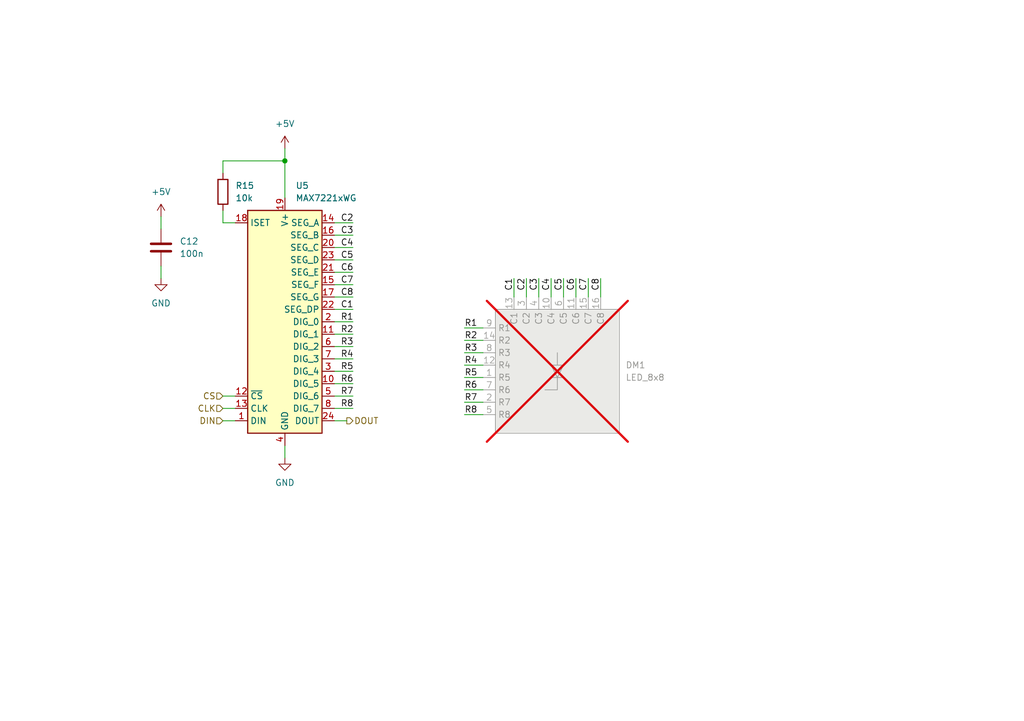
<source format=kicad_sch>
(kicad_sch (version 20230121) (generator eeschema)

  (uuid 8a13d34a-fafe-46e8-9a89-378ca64efc9d)

  (paper "A5")

  (lib_symbols
    (symbol "Device:C" (pin_numbers hide) (pin_names (offset 0.254)) (in_bom yes) (on_board yes)
      (property "Reference" "C" (at 0.635 2.54 0)
        (effects (font (size 1.27 1.27)) (justify left))
      )
      (property "Value" "C" (at 0.635 -2.54 0)
        (effects (font (size 1.27 1.27)) (justify left))
      )
      (property "Footprint" "" (at 0.9652 -3.81 0)
        (effects (font (size 1.27 1.27)) hide)
      )
      (property "Datasheet" "~" (at 0 0 0)
        (effects (font (size 1.27 1.27)) hide)
      )
      (property "ki_keywords" "cap capacitor" (at 0 0 0)
        (effects (font (size 1.27 1.27)) hide)
      )
      (property "ki_description" "Unpolarized capacitor" (at 0 0 0)
        (effects (font (size 1.27 1.27)) hide)
      )
      (property "ki_fp_filters" "C_*" (at 0 0 0)
        (effects (font (size 1.27 1.27)) hide)
      )
      (symbol "C_0_1"
        (polyline
          (pts
            (xy -2.032 -0.762)
            (xy 2.032 -0.762)
          )
          (stroke (width 0.508) (type default))
          (fill (type none))
        )
        (polyline
          (pts
            (xy -2.032 0.762)
            (xy 2.032 0.762)
          )
          (stroke (width 0.508) (type default))
          (fill (type none))
        )
      )
      (symbol "C_1_1"
        (pin passive line (at 0 3.81 270) (length 2.794)
          (name "~" (effects (font (size 1.27 1.27))))
          (number "1" (effects (font (size 1.27 1.27))))
        )
        (pin passive line (at 0 -3.81 90) (length 2.794)
          (name "~" (effects (font (size 1.27 1.27))))
          (number "2" (effects (font (size 1.27 1.27))))
        )
      )
    )
    (symbol "Device:R" (pin_numbers hide) (pin_names (offset 0)) (in_bom yes) (on_board yes)
      (property "Reference" "R" (at 2.032 0 90)
        (effects (font (size 1.27 1.27)))
      )
      (property "Value" "R" (at 0 0 90)
        (effects (font (size 1.27 1.27)))
      )
      (property "Footprint" "" (at -1.778 0 90)
        (effects (font (size 1.27 1.27)) hide)
      )
      (property "Datasheet" "~" (at 0 0 0)
        (effects (font (size 1.27 1.27)) hide)
      )
      (property "ki_keywords" "R res resistor" (at 0 0 0)
        (effects (font (size 1.27 1.27)) hide)
      )
      (property "ki_description" "Resistor" (at 0 0 0)
        (effects (font (size 1.27 1.27)) hide)
      )
      (property "ki_fp_filters" "R_*" (at 0 0 0)
        (effects (font (size 1.27 1.27)) hide)
      )
      (symbol "R_0_1"
        (rectangle (start -1.016 -2.54) (end 1.016 2.54)
          (stroke (width 0.254) (type default))
          (fill (type none))
        )
      )
      (symbol "R_1_1"
        (pin passive line (at 0 3.81 270) (length 1.27)
          (name "~" (effects (font (size 1.27 1.27))))
          (number "1" (effects (font (size 1.27 1.27))))
        )
        (pin passive line (at 0 -3.81 90) (length 1.27)
          (name "~" (effects (font (size 1.27 1.27))))
          (number "2" (effects (font (size 1.27 1.27))))
        )
      )
    )
    (symbol "Driver_LED:MAX7221xWG" (in_bom yes) (on_board yes)
      (property "Reference" "U" (at -6.35 24.13 0)
        (effects (font (size 1.27 1.27)) (justify left bottom))
      )
      (property "Value" "MAX7221xWG" (at 1.27 25.4 0)
        (effects (font (size 1.27 1.27)) (justify left top))
      )
      (property "Footprint" "Package_SO:SOIC-24W_7.5x15.4mm_P1.27mm" (at -1.27 1.27 0)
        (effects (font (size 1.27 1.27)) hide)
      )
      (property "Datasheet" "https://datasheets.maximintegrated.com/en/ds/MAX7219-MAX7221.pdf" (at 1.27 -3.81 0)
        (effects (font (size 1.27 1.27)) hide)
      )
      (property "ki_keywords" "spi qspi microwire" (at 0 0 0)
        (effects (font (size 1.27 1.27)) hide)
      )
      (property "ki_description" "Serially Interfaced, 8-Digit LED Display Driver, SOIC-24W" (at 0 0 0)
        (effects (font (size 1.27 1.27)) hide)
      )
      (property "ki_fp_filters" "SOIC*7.5x15.4mm*P1.27mm*" (at 0 0 0)
        (effects (font (size 1.27 1.27)) hide)
      )
      (symbol "MAX7221xWG_0_1"
        (rectangle (start -7.62 22.86) (end 7.62 -22.86)
          (stroke (width 0.254) (type default))
          (fill (type background))
        )
      )
      (symbol "MAX7221xWG_1_1"
        (pin input line (at -10.16 -20.32 0) (length 2.54)
          (name "DIN" (effects (font (size 1.27 1.27))))
          (number "1" (effects (font (size 1.27 1.27))))
        )
        (pin open_collector line (at 10.16 -12.7 180) (length 2.54)
          (name "DIG_5" (effects (font (size 1.27 1.27))))
          (number "10" (effects (font (size 1.27 1.27))))
        )
        (pin open_collector line (at 10.16 -2.54 180) (length 2.54)
          (name "DIG_1" (effects (font (size 1.27 1.27))))
          (number "11" (effects (font (size 1.27 1.27))))
        )
        (pin input line (at -10.16 -15.24 0) (length 2.54)
          (name "~{CS}" (effects (font (size 1.27 1.27))))
          (number "12" (effects (font (size 1.27 1.27))))
        )
        (pin input line (at -10.16 -17.78 0) (length 2.54)
          (name "CLK" (effects (font (size 1.27 1.27))))
          (number "13" (effects (font (size 1.27 1.27))))
        )
        (pin open_emitter line (at 10.16 20.32 180) (length 2.54)
          (name "SEG_A" (effects (font (size 1.27 1.27))))
          (number "14" (effects (font (size 1.27 1.27))))
        )
        (pin open_emitter line (at 10.16 7.62 180) (length 2.54)
          (name "SEG_F" (effects (font (size 1.27 1.27))))
          (number "15" (effects (font (size 1.27 1.27))))
        )
        (pin open_emitter line (at 10.16 17.78 180) (length 2.54)
          (name "SEG_B" (effects (font (size 1.27 1.27))))
          (number "16" (effects (font (size 1.27 1.27))))
        )
        (pin open_emitter line (at 10.16 5.08 180) (length 2.54)
          (name "SEG_G" (effects (font (size 1.27 1.27))))
          (number "17" (effects (font (size 1.27 1.27))))
        )
        (pin input line (at -10.16 20.32 0) (length 2.54)
          (name "ISET" (effects (font (size 1.27 1.27))))
          (number "18" (effects (font (size 1.27 1.27))))
        )
        (pin power_in line (at 0 25.4 270) (length 2.54)
          (name "V+" (effects (font (size 1.27 1.27))))
          (number "19" (effects (font (size 1.27 1.27))))
        )
        (pin open_collector line (at 10.16 0 180) (length 2.54)
          (name "DIG_0" (effects (font (size 1.27 1.27))))
          (number "2" (effects (font (size 1.27 1.27))))
        )
        (pin open_emitter line (at 10.16 15.24 180) (length 2.54)
          (name "SEG_C" (effects (font (size 1.27 1.27))))
          (number "20" (effects (font (size 1.27 1.27))))
        )
        (pin open_emitter line (at 10.16 10.16 180) (length 2.54)
          (name "SEG_E" (effects (font (size 1.27 1.27))))
          (number "21" (effects (font (size 1.27 1.27))))
        )
        (pin open_emitter line (at 10.16 2.54 180) (length 2.54)
          (name "SEG_DP" (effects (font (size 1.27 1.27))))
          (number "22" (effects (font (size 1.27 1.27))))
        )
        (pin open_emitter line (at 10.16 12.7 180) (length 2.54)
          (name "SEG_D" (effects (font (size 1.27 1.27))))
          (number "23" (effects (font (size 1.27 1.27))))
        )
        (pin output line (at 10.16 -20.32 180) (length 2.54)
          (name "DOUT" (effects (font (size 1.27 1.27))))
          (number "24" (effects (font (size 1.27 1.27))))
        )
        (pin open_collector line (at 10.16 -10.16 180) (length 2.54)
          (name "DIG_4" (effects (font (size 1.27 1.27))))
          (number "3" (effects (font (size 1.27 1.27))))
        )
        (pin power_in line (at 0 -25.4 90) (length 2.54)
          (name "GND" (effects (font (size 1.27 1.27))))
          (number "4" (effects (font (size 1.27 1.27))))
        )
        (pin open_collector line (at 10.16 -15.24 180) (length 2.54)
          (name "DIG_6" (effects (font (size 1.27 1.27))))
          (number "5" (effects (font (size 1.27 1.27))))
        )
        (pin open_collector line (at 10.16 -5.08 180) (length 2.54)
          (name "DIG_2" (effects (font (size 1.27 1.27))))
          (number "6" (effects (font (size 1.27 1.27))))
        )
        (pin open_collector line (at 10.16 -7.62 180) (length 2.54)
          (name "DIG_3" (effects (font (size 1.27 1.27))))
          (number "7" (effects (font (size 1.27 1.27))))
        )
        (pin open_collector line (at 10.16 -17.78 180) (length 2.54)
          (name "DIG_7" (effects (font (size 1.27 1.27))))
          (number "8" (effects (font (size 1.27 1.27))))
        )
        (pin passive line (at 0 -25.4 90) (length 2.54) hide
          (name "GND" (effects (font (size 1.27 1.27))))
          (number "9" (effects (font (size 1.27 1.27))))
        )
      )
    )
    (symbol "MySymbols:LED_8x8" (in_bom yes) (on_board yes)
      (property "Reference" "DM" (at 2.54 -26.67 0)
        (effects (font (size 1.27 1.27)))
      )
      (property "Value" "LED_8x8" (at 21.59 -26.67 0)
        (effects (font (size 1.27 1.27)))
      )
      (property "Footprint" "" (at 0 5.08 0)
        (effects (font (size 1.27 1.27)) hide)
      )
      (property "Datasheet" "" (at 7.62 6.35 0)
        (effects (font (size 1.27 1.27)) hide)
      )
      (symbol "LED_8x8_0_1"
        (polyline
          (pts
            (xy 11.43 -13.97)
            (xy 13.97 -13.97)
          )
          (stroke (width 0) (type default))
          (fill (type none))
        )
        (polyline
          (pts
            (xy 12.7 -13.97)
            (xy 12.7 -16.51)
            (xy 10.16 -16.51)
          )
          (stroke (width 0) (type default))
          (fill (type none))
        )
        (polyline
          (pts
            (xy 12.7 -8.89)
            (xy 12.7 -11.43)
            (xy 11.43 -11.43)
            (xy 12.7 -13.97)
            (xy 13.97 -11.43)
            (xy 12.7 -11.43)
          )
          (stroke (width 0) (type default))
          (fill (type none))
        )
      )
      (symbol "LED_8x8_1_1"
        (rectangle (start 0 0) (end 25.4 -25.4)
          (stroke (width 0) (type default))
          (fill (type background))
        )
        (pin passive line (at -2.54 -13.97 0) (length 2.54)
          (name "R5" (effects (font (size 1.27 1.27))))
          (number "1" (effects (font (size 1.27 1.27))))
        )
        (pin passive line (at 11.43 2.54 270) (length 2.54)
          (name "C4" (effects (font (size 1.27 1.27))))
          (number "10" (effects (font (size 1.27 1.27))))
        )
        (pin passive line (at 16.51 2.54 270) (length 2.54)
          (name "C6" (effects (font (size 1.27 1.27))))
          (number "11" (effects (font (size 1.27 1.27))))
        )
        (pin passive line (at -2.54 -11.43 0) (length 2.54)
          (name "R4" (effects (font (size 1.27 1.27))))
          (number "12" (effects (font (size 1.27 1.27))))
        )
        (pin passive line (at 3.81 2.54 270) (length 2.54)
          (name "C1" (effects (font (size 1.27 1.27))))
          (number "13" (effects (font (size 1.27 1.27))))
        )
        (pin passive line (at -2.54 -6.35 0) (length 2.54)
          (name "R2" (effects (font (size 1.27 1.27))))
          (number "14" (effects (font (size 1.27 1.27))))
        )
        (pin passive line (at 19.05 2.54 270) (length 2.54)
          (name "C7" (effects (font (size 1.27 1.27))))
          (number "15" (effects (font (size 1.27 1.27))))
        )
        (pin passive line (at 21.59 2.54 270) (length 2.54)
          (name "C8" (effects (font (size 1.27 1.27))))
          (number "16" (effects (font (size 1.27 1.27))))
        )
        (pin passive line (at -2.54 -19.05 0) (length 2.54)
          (name "R7" (effects (font (size 1.27 1.27))))
          (number "2" (effects (font (size 1.27 1.27))))
        )
        (pin passive line (at 6.35 2.54 270) (length 2.54)
          (name "C2" (effects (font (size 1.27 1.27))))
          (number "3" (effects (font (size 1.27 1.27))))
        )
        (pin passive line (at 8.89 2.54 270) (length 2.54)
          (name "C3" (effects (font (size 1.27 1.27))))
          (number "4" (effects (font (size 1.27 1.27))))
        )
        (pin passive line (at -2.54 -21.59 0) (length 2.54)
          (name "R8" (effects (font (size 1.27 1.27))))
          (number "5" (effects (font (size 1.27 1.27))))
        )
        (pin passive line (at 13.97 2.54 270) (length 2.54)
          (name "C5" (effects (font (size 1.27 1.27))))
          (number "6" (effects (font (size 1.27 1.27))))
        )
        (pin passive line (at -2.54 -16.51 0) (length 2.54)
          (name "R6" (effects (font (size 1.27 1.27))))
          (number "7" (effects (font (size 1.27 1.27))))
        )
        (pin passive line (at -2.54 -8.89 0) (length 2.54)
          (name "R3" (effects (font (size 1.27 1.27))))
          (number "8" (effects (font (size 1.27 1.27))))
        )
        (pin passive line (at -2.54 -3.81 0) (length 2.54)
          (name "R1" (effects (font (size 1.27 1.27))))
          (number "9" (effects (font (size 1.27 1.27))))
        )
      )
    )
    (symbol "power:+5V" (power) (pin_names (offset 0)) (in_bom yes) (on_board yes)
      (property "Reference" "#PWR" (at 0 -3.81 0)
        (effects (font (size 1.27 1.27)) hide)
      )
      (property "Value" "+5V" (at 0 3.556 0)
        (effects (font (size 1.27 1.27)))
      )
      (property "Footprint" "" (at 0 0 0)
        (effects (font (size 1.27 1.27)) hide)
      )
      (property "Datasheet" "" (at 0 0 0)
        (effects (font (size 1.27 1.27)) hide)
      )
      (property "ki_keywords" "global power" (at 0 0 0)
        (effects (font (size 1.27 1.27)) hide)
      )
      (property "ki_description" "Power symbol creates a global label with name \"+5V\"" (at 0 0 0)
        (effects (font (size 1.27 1.27)) hide)
      )
      (symbol "+5V_0_1"
        (polyline
          (pts
            (xy -0.762 1.27)
            (xy 0 2.54)
          )
          (stroke (width 0) (type default))
          (fill (type none))
        )
        (polyline
          (pts
            (xy 0 0)
            (xy 0 2.54)
          )
          (stroke (width 0) (type default))
          (fill (type none))
        )
        (polyline
          (pts
            (xy 0 2.54)
            (xy 0.762 1.27)
          )
          (stroke (width 0) (type default))
          (fill (type none))
        )
      )
      (symbol "+5V_1_1"
        (pin power_in line (at 0 0 90) (length 0) hide
          (name "+5V" (effects (font (size 1.27 1.27))))
          (number "1" (effects (font (size 1.27 1.27))))
        )
      )
    )
    (symbol "power:GND" (power) (pin_names (offset 0)) (in_bom yes) (on_board yes)
      (property "Reference" "#PWR" (at 0 -6.35 0)
        (effects (font (size 1.27 1.27)) hide)
      )
      (property "Value" "GND" (at 0 -3.81 0)
        (effects (font (size 1.27 1.27)))
      )
      (property "Footprint" "" (at 0 0 0)
        (effects (font (size 1.27 1.27)) hide)
      )
      (property "Datasheet" "" (at 0 0 0)
        (effects (font (size 1.27 1.27)) hide)
      )
      (property "ki_keywords" "global power" (at 0 0 0)
        (effects (font (size 1.27 1.27)) hide)
      )
      (property "ki_description" "Power symbol creates a global label with name \"GND\" , ground" (at 0 0 0)
        (effects (font (size 1.27 1.27)) hide)
      )
      (symbol "GND_0_1"
        (polyline
          (pts
            (xy 0 0)
            (xy 0 -1.27)
            (xy 1.27 -1.27)
            (xy 0 -2.54)
            (xy -1.27 -1.27)
            (xy 0 -1.27)
          )
          (stroke (width 0) (type default))
          (fill (type none))
        )
      )
      (symbol "GND_1_1"
        (pin power_in line (at 0 0 270) (length 0) hide
          (name "GND" (effects (font (size 1.27 1.27))))
          (number "1" (effects (font (size 1.27 1.27))))
        )
      )
    )
  )

  (junction (at 58.42 33.02) (diameter 0) (color 0 0 0 0)
    (uuid 54ef4ce2-ae38-4422-8522-5c70175a8858)
  )

  (wire (pts (xy 105.41 60.96) (xy 105.41 57.15))
    (stroke (width 0) (type default))
    (uuid 0bd40e06-77f3-4a62-af48-787c29a371d3)
  )
  (wire (pts (xy 68.58 58.42) (xy 72.39 58.42))
    (stroke (width 0) (type default))
    (uuid 0db64f68-5ed4-492e-9f2f-b8651e865ec6)
  )
  (wire (pts (xy 45.72 45.72) (xy 45.72 43.18))
    (stroke (width 0) (type default))
    (uuid 1b572763-5e6c-46ca-a634-07d8bb1edf83)
  )
  (wire (pts (xy 68.58 66.04) (xy 72.39 66.04))
    (stroke (width 0) (type default))
    (uuid 1dc61dab-3961-45cd-899e-9be346ff8f50)
  )
  (wire (pts (xy 95.25 67.31) (xy 99.06 67.31))
    (stroke (width 0) (type default))
    (uuid 1fe245ea-691a-424d-a52f-f9f484d7de90)
  )
  (wire (pts (xy 45.72 81.28) (xy 48.26 81.28))
    (stroke (width 0) (type default))
    (uuid 22f87c22-edbd-4ce0-ab7b-941b5310e14e)
  )
  (wire (pts (xy 95.25 74.93) (xy 99.06 74.93))
    (stroke (width 0) (type default))
    (uuid 282589b1-b762-409e-9259-32f5fce192c7)
  )
  (wire (pts (xy 58.42 91.44) (xy 58.42 93.98))
    (stroke (width 0) (type default))
    (uuid 313f2180-433a-4f5b-8f5a-ce57c33f6574)
  )
  (wire (pts (xy 68.58 71.12) (xy 72.39 71.12))
    (stroke (width 0) (type default))
    (uuid 316147fd-690c-4aee-a097-97e7aac5ba35)
  )
  (wire (pts (xy 45.72 86.36) (xy 48.26 86.36))
    (stroke (width 0) (type default))
    (uuid 366862a3-9f2a-4b7a-bc94-94af65145758)
  )
  (wire (pts (xy 95.25 69.85) (xy 99.06 69.85))
    (stroke (width 0) (type default))
    (uuid 3ae5d397-a075-4e2d-b677-fd169830044f)
  )
  (wire (pts (xy 68.58 76.2) (xy 72.39 76.2))
    (stroke (width 0) (type default))
    (uuid 40826fc3-e09a-45cb-9c3e-1173dbfdf519)
  )
  (wire (pts (xy 48.26 45.72) (xy 45.72 45.72))
    (stroke (width 0) (type default))
    (uuid 4446ada2-7955-43e8-baeb-a9827756d89c)
  )
  (wire (pts (xy 68.58 83.82) (xy 72.39 83.82))
    (stroke (width 0) (type default))
    (uuid 5213833e-ae26-42e7-9ffd-fdaa6771654b)
  )
  (wire (pts (xy 58.42 30.48) (xy 58.42 33.02))
    (stroke (width 0) (type default))
    (uuid 5c463dd6-c3d0-4cdc-9c1d-fa0f62580775)
  )
  (wire (pts (xy 95.25 82.55) (xy 99.06 82.55))
    (stroke (width 0) (type default))
    (uuid 637ef25b-d054-4b87-85ca-2157a59ecc8b)
  )
  (wire (pts (xy 68.58 48.26) (xy 72.39 48.26))
    (stroke (width 0) (type default))
    (uuid 754ba5e7-413c-42fb-8b02-6dc5a9d2f224)
  )
  (wire (pts (xy 68.58 78.74) (xy 72.39 78.74))
    (stroke (width 0) (type default))
    (uuid 769db99f-a328-4c12-bc57-8a9199eb0ae6)
  )
  (wire (pts (xy 68.58 81.28) (xy 72.39 81.28))
    (stroke (width 0) (type default))
    (uuid 7ad6bce7-aa1f-4eb5-a95f-d8638d748a3f)
  )
  (wire (pts (xy 68.58 55.88) (xy 72.39 55.88))
    (stroke (width 0) (type default))
    (uuid 82f52f11-8d66-400b-9fee-7ac5a5b04fd7)
  )
  (wire (pts (xy 33.02 44.45) (xy 33.02 46.99))
    (stroke (width 0) (type default))
    (uuid 8334e13b-a224-421e-ad6e-2329d1603c24)
  )
  (wire (pts (xy 68.58 60.96) (xy 72.39 60.96))
    (stroke (width 0) (type default))
    (uuid 857d5f44-8c0c-4fa9-b85a-7c2d09895edd)
  )
  (wire (pts (xy 95.25 85.09) (xy 99.06 85.09))
    (stroke (width 0) (type default))
    (uuid 869ec195-9977-471b-acc8-14de01590186)
  )
  (wire (pts (xy 68.58 45.72) (xy 72.39 45.72))
    (stroke (width 0) (type default))
    (uuid 98989e2b-ca9e-4aa7-96a1-ee2140f84833)
  )
  (wire (pts (xy 45.72 33.02) (xy 58.42 33.02))
    (stroke (width 0) (type default))
    (uuid 9fda5562-8207-4c59-838d-467c044f7b74)
  )
  (wire (pts (xy 68.58 68.58) (xy 72.39 68.58))
    (stroke (width 0) (type default))
    (uuid a46c868a-6d04-429b-9039-25778178c800)
  )
  (wire (pts (xy 68.58 73.66) (xy 72.39 73.66))
    (stroke (width 0) (type default))
    (uuid b5f41726-627f-4547-854f-1628eb56e180)
  )
  (wire (pts (xy 58.42 33.02) (xy 58.42 40.64))
    (stroke (width 0) (type default))
    (uuid b767378f-349a-4c8f-b83e-8d5d3b5b44da)
  )
  (wire (pts (xy 120.65 60.96) (xy 120.65 57.15))
    (stroke (width 0) (type default))
    (uuid b7d086c8-3543-425b-92b6-ebec664d696e)
  )
  (wire (pts (xy 68.58 50.8) (xy 72.39 50.8))
    (stroke (width 0) (type default))
    (uuid b8b89fee-b276-47dc-8491-e306297502ec)
  )
  (wire (pts (xy 123.19 60.96) (xy 123.19 57.15))
    (stroke (width 0) (type default))
    (uuid c7674e51-c43c-4ed3-a704-12a7af1af9ed)
  )
  (wire (pts (xy 107.95 60.96) (xy 107.95 57.15))
    (stroke (width 0) (type default))
    (uuid cf1bdafb-f8e6-4bd1-b672-c53137134a40)
  )
  (wire (pts (xy 68.58 86.36) (xy 71.12 86.36))
    (stroke (width 0) (type default))
    (uuid d64ddd6a-c7f8-4d2b-bee3-700844c4e55d)
  )
  (wire (pts (xy 118.11 60.96) (xy 118.11 57.15))
    (stroke (width 0) (type default))
    (uuid e3e49649-7b12-4642-91c0-6442ac1b5228)
  )
  (wire (pts (xy 95.25 77.47) (xy 99.06 77.47))
    (stroke (width 0) (type default))
    (uuid e5c87179-c478-4980-8e46-c2e907d5daa5)
  )
  (wire (pts (xy 95.25 72.39) (xy 99.06 72.39))
    (stroke (width 0) (type default))
    (uuid e7d3de96-3724-483f-8d23-5f69045feb0a)
  )
  (wire (pts (xy 68.58 63.5) (xy 72.39 63.5))
    (stroke (width 0) (type default))
    (uuid ee14f7a3-30e5-48a2-80ee-baf00e75c2cb)
  )
  (wire (pts (xy 45.72 35.56) (xy 45.72 33.02))
    (stroke (width 0) (type default))
    (uuid f0eac44d-9651-4709-9ef5-fd1ec0b62125)
  )
  (wire (pts (xy 115.57 60.96) (xy 115.57 57.15))
    (stroke (width 0) (type default))
    (uuid f18a3a50-42f6-4825-9e4c-38ab87258ffd)
  )
  (wire (pts (xy 33.02 54.61) (xy 33.02 57.15))
    (stroke (width 0) (type default))
    (uuid f62639d1-0104-4149-974b-0d7a791e238f)
  )
  (wire (pts (xy 95.25 80.01) (xy 99.06 80.01))
    (stroke (width 0) (type default))
    (uuid f67d5503-00ca-4c6a-9445-4e7442678fd3)
  )
  (wire (pts (xy 45.72 83.82) (xy 48.26 83.82))
    (stroke (width 0) (type default))
    (uuid fc34e814-804d-4258-aa62-54295f1eef35)
  )
  (wire (pts (xy 110.49 60.96) (xy 110.49 57.15))
    (stroke (width 0) (type default))
    (uuid fd6725d5-5788-4532-ad06-02a057eb4b66)
  )
  (wire (pts (xy 68.58 53.34) (xy 72.39 53.34))
    (stroke (width 0) (type default))
    (uuid fe9d3873-842a-4f1b-b0b8-d676656cc5b3)
  )
  (wire (pts (xy 113.03 60.96) (xy 113.03 57.15))
    (stroke (width 0) (type default))
    (uuid ff732e1b-60f9-4728-9a43-4db4cb242987)
  )

  (label "C3" (at 69.85 48.26 0) (fields_autoplaced)
    (effects (font (size 1.27 1.27)) (justify left bottom))
    (uuid 07449fb2-1162-463e-9e48-22c0f6ec70b7)
  )
  (label "C8" (at 123.19 59.69 90) (fields_autoplaced)
    (effects (font (size 1.27 1.27)) (justify left bottom))
    (uuid 07d7373e-e44d-4d9c-8a48-02651f66b376)
  )
  (label "C7" (at 120.65 59.69 90) (fields_autoplaced)
    (effects (font (size 1.27 1.27)) (justify left bottom))
    (uuid 08f494d2-75e1-40f1-bcd0-568a0e366bfb)
  )
  (label "R7" (at 95.25 82.55 0) (fields_autoplaced)
    (effects (font (size 1.27 1.27)) (justify left bottom))
    (uuid 0ad7e0c5-b4ad-446b-aa02-6cb860f9616e)
  )
  (label "R2" (at 69.85 68.58 0) (fields_autoplaced)
    (effects (font (size 1.27 1.27)) (justify left bottom))
    (uuid 0ddddee0-9d0b-444b-89d8-faddfeecdd5f)
  )
  (label "C4" (at 113.03 59.69 90) (fields_autoplaced)
    (effects (font (size 1.27 1.27)) (justify left bottom))
    (uuid 17943a1f-b5b7-40f5-923a-ea1dab2f6684)
  )
  (label "C1" (at 105.41 59.69 90) (fields_autoplaced)
    (effects (font (size 1.27 1.27)) (justify left bottom))
    (uuid 301eb753-f48f-429c-b1db-bf784393d76a)
  )
  (label "C6" (at 118.11 59.69 90) (fields_autoplaced)
    (effects (font (size 1.27 1.27)) (justify left bottom))
    (uuid 395783fd-c71e-4721-b0d0-cb1a90fb1e49)
  )
  (label "C5" (at 69.85 53.34 0) (fields_autoplaced)
    (effects (font (size 1.27 1.27)) (justify left bottom))
    (uuid 3a66d709-89fd-4a92-8726-c67ad67000b5)
  )
  (label "R1" (at 95.25 67.31 0) (fields_autoplaced)
    (effects (font (size 1.27 1.27)) (justify left bottom))
    (uuid 4627c1f6-3645-4664-baaa-3ce7d56138b5)
  )
  (label "C1" (at 69.85 63.5 0) (fields_autoplaced)
    (effects (font (size 1.27 1.27)) (justify left bottom))
    (uuid 50232d91-232d-40ac-b747-55177a07e573)
  )
  (label "R4" (at 95.25 74.93 0) (fields_autoplaced)
    (effects (font (size 1.27 1.27)) (justify left bottom))
    (uuid 541470e6-48ef-4ccc-acb4-2be8b77534cb)
  )
  (label "R1" (at 69.85 66.04 0) (fields_autoplaced)
    (effects (font (size 1.27 1.27)) (justify left bottom))
    (uuid 55dd00d3-a063-4f66-bbde-62c343a37941)
  )
  (label "R5" (at 95.25 77.47 0) (fields_autoplaced)
    (effects (font (size 1.27 1.27)) (justify left bottom))
    (uuid 60b389ea-1520-40de-8912-9f06d2a6dfcf)
  )
  (label "C3" (at 110.49 59.69 90) (fields_autoplaced)
    (effects (font (size 1.27 1.27)) (justify left bottom))
    (uuid 676f6e93-5ecd-4c83-99d6-7a59186af358)
  )
  (label "R8" (at 95.25 85.09 0) (fields_autoplaced)
    (effects (font (size 1.27 1.27)) (justify left bottom))
    (uuid 6d3b461c-7983-405f-b15d-e16f724f644f)
  )
  (label "C8" (at 69.85 60.96 0) (fields_autoplaced)
    (effects (font (size 1.27 1.27)) (justify left bottom))
    (uuid 75124d17-aee0-49bb-b75b-014995780000)
  )
  (label "R3" (at 95.25 72.39 0) (fields_autoplaced)
    (effects (font (size 1.27 1.27)) (justify left bottom))
    (uuid 78c6608c-7a89-408b-8acf-8338e67c165f)
  )
  (label "R6" (at 69.85 78.74 0) (fields_autoplaced)
    (effects (font (size 1.27 1.27)) (justify left bottom))
    (uuid 7a78136f-31ee-40de-b654-394b230e376f)
  )
  (label "R6" (at 95.25 80.01 0) (fields_autoplaced)
    (effects (font (size 1.27 1.27)) (justify left bottom))
    (uuid 7c606f8d-92ef-45cc-a26d-f38370df7d63)
  )
  (label "C2" (at 69.85 45.72 0) (fields_autoplaced)
    (effects (font (size 1.27 1.27)) (justify left bottom))
    (uuid 91d7aeae-48ab-4820-b129-d7e260269c74)
  )
  (label "C7" (at 69.85 58.42 0) (fields_autoplaced)
    (effects (font (size 1.27 1.27)) (justify left bottom))
    (uuid a67be5d6-1569-4d99-920a-2d00603122a3)
  )
  (label "C5" (at 115.57 59.69 90) (fields_autoplaced)
    (effects (font (size 1.27 1.27)) (justify left bottom))
    (uuid aa7d2b5f-be51-41cb-b657-877a4b817818)
  )
  (label "C6" (at 69.85 55.88 0) (fields_autoplaced)
    (effects (font (size 1.27 1.27)) (justify left bottom))
    (uuid b0e71b51-abae-42d6-8bfe-319c4bec6dc7)
  )
  (label "R4" (at 69.85 73.66 0) (fields_autoplaced)
    (effects (font (size 1.27 1.27)) (justify left bottom))
    (uuid c6ba5211-a0c4-4157-b259-049c31f31fcd)
  )
  (label "R7" (at 69.85 81.28 0) (fields_autoplaced)
    (effects (font (size 1.27 1.27)) (justify left bottom))
    (uuid c74f5626-9175-4214-91f6-7d693b298563)
  )
  (label "R2" (at 95.25 69.85 0) (fields_autoplaced)
    (effects (font (size 1.27 1.27)) (justify left bottom))
    (uuid d22daf1c-c87c-41e2-a1b9-bab11c2bce31)
  )
  (label "R8" (at 69.85 83.82 0) (fields_autoplaced)
    (effects (font (size 1.27 1.27)) (justify left bottom))
    (uuid d489c62c-9532-41d7-a2bc-0b2bdd139a9a)
  )
  (label "R5" (at 69.85 76.2 0) (fields_autoplaced)
    (effects (font (size 1.27 1.27)) (justify left bottom))
    (uuid d52fce5d-1d95-4d2e-82a6-02b136a65618)
  )
  (label "R3" (at 69.85 71.12 0) (fields_autoplaced)
    (effects (font (size 1.27 1.27)) (justify left bottom))
    (uuid dab5f9d8-d45e-4d2b-95f3-c62bf0e66509)
  )
  (label "C4" (at 69.85 50.8 0) (fields_autoplaced)
    (effects (font (size 1.27 1.27)) (justify left bottom))
    (uuid eb8adca3-b540-43ac-9682-de1b9d8a9a81)
  )
  (label "C2" (at 107.95 59.69 90) (fields_autoplaced)
    (effects (font (size 1.27 1.27)) (justify left bottom))
    (uuid f456d504-cdef-4eae-8e1c-e067b010bf9f)
  )

  (hierarchical_label "DOUT" (shape output) (at 71.12 86.36 0) (fields_autoplaced)
    (effects (font (size 1.27 1.27)) (justify left))
    (uuid 03c146df-2826-4d9f-99f2-20ff0b759740)
  )
  (hierarchical_label "CS" (shape input) (at 45.72 81.28 180) (fields_autoplaced)
    (effects (font (size 1.27 1.27)) (justify right))
    (uuid 3076039b-ca27-4acf-bb50-3cf78bf91441)
  )
  (hierarchical_label "DIN" (shape input) (at 45.72 86.36 180) (fields_autoplaced)
    (effects (font (size 1.27 1.27)) (justify right))
    (uuid 88a072f8-9c8a-4a8d-be22-8191effabca6)
  )
  (hierarchical_label "CLK" (shape input) (at 45.72 83.82 180) (fields_autoplaced)
    (effects (font (size 1.27 1.27)) (justify right))
    (uuid fe24f643-7e69-4f69-952b-f90695e159a7)
  )

  (symbol (lib_id "power:+5V") (at 33.02 44.45 0) (unit 1)
    (in_bom yes) (on_board yes) (dnp no) (fields_autoplaced)
    (uuid 0a0cc4cc-613e-4f73-a51f-b59a62f500b8)
    (property "Reference" "#PWR043" (at 33.02 48.26 0)
      (effects (font (size 1.27 1.27)) hide)
    )
    (property "Value" "+5V" (at 33.02 39.37 0)
      (effects (font (size 1.27 1.27)))
    )
    (property "Footprint" "" (at 33.02 44.45 0)
      (effects (font (size 1.27 1.27)) hide)
    )
    (property "Datasheet" "" (at 33.02 44.45 0)
      (effects (font (size 1.27 1.27)) hide)
    )
    (pin "1" (uuid 71c38938-45b3-4286-9354-e2bdc3caae23))
    (instances
      (project "Board6190"
        (path "/647331b0-73ca-4c18-b8d5-d70dd0007b35/0c85ac90-dbf3-4b8d-8c5d-460b80c61854"
          (reference "#PWR043") (unit 1)
        )
        (path "/647331b0-73ca-4c18-b8d5-d70dd0007b35/17bd8341-a5bc-4157-82a4-55cef4db50a7"
          (reference "#PWR044") (unit 1)
        )
        (path "/647331b0-73ca-4c18-b8d5-d70dd0007b35/bb3cf13e-966b-44e1-93b1-c089532ca20f"
          (reference "#PWR048") (unit 1)
        )
        (path "/647331b0-73ca-4c18-b8d5-d70dd0007b35/954c4f6f-c937-4d2c-89a9-c15513abef03"
          (reference "#PWR052") (unit 1)
        )
      )
    )
  )

  (symbol (lib_id "Device:C") (at 33.02 50.8 0) (unit 1)
    (in_bom yes) (on_board yes) (dnp no) (fields_autoplaced)
    (uuid 4d830db8-d347-4af4-99bf-5727a15417e0)
    (property "Reference" "C12" (at 36.83 49.53 0)
      (effects (font (size 1.27 1.27)) (justify left))
    )
    (property "Value" "100n" (at 36.83 52.07 0)
      (effects (font (size 1.27 1.27)) (justify left))
    )
    (property "Footprint" "Capacitor_SMD:C_0402_1005Metric" (at 33.9852 54.61 0)
      (effects (font (size 1.27 1.27)) hide)
    )
    (property "Datasheet" "~" (at 33.02 50.8 0)
      (effects (font (size 1.27 1.27)) hide)
    )
    (pin "1" (uuid 0dabbd48-9115-43ff-9bc7-311b9b90df35))
    (pin "2" (uuid 5459ddbc-8c9e-41f5-a72c-0129b014dc2f))
    (instances
      (project "Board6190"
        (path "/647331b0-73ca-4c18-b8d5-d70dd0007b35/0c85ac90-dbf3-4b8d-8c5d-460b80c61854"
          (reference "C12") (unit 1)
        )
        (path "/647331b0-73ca-4c18-b8d5-d70dd0007b35/17bd8341-a5bc-4157-82a4-55cef4db50a7"
          (reference "C13") (unit 1)
        )
        (path "/647331b0-73ca-4c18-b8d5-d70dd0007b35/bb3cf13e-966b-44e1-93b1-c089532ca20f"
          (reference "C14") (unit 1)
        )
        (path "/647331b0-73ca-4c18-b8d5-d70dd0007b35/954c4f6f-c937-4d2c-89a9-c15513abef03"
          (reference "C15") (unit 1)
        )
      )
    )
  )

  (symbol (lib_id "Device:R") (at 45.72 39.37 0) (unit 1)
    (in_bom yes) (on_board yes) (dnp no) (fields_autoplaced)
    (uuid 6a07914d-cf7e-42e5-82c8-15ca5d683636)
    (property "Reference" "R15" (at 48.26 38.1 0)
      (effects (font (size 1.27 1.27)) (justify left))
    )
    (property "Value" "10k" (at 48.26 40.64 0)
      (effects (font (size 1.27 1.27)) (justify left))
    )
    (property "Footprint" "Resistor_SMD:R_0402_1005Metric" (at 43.942 39.37 90)
      (effects (font (size 1.27 1.27)) hide)
    )
    (property "Datasheet" "~" (at 45.72 39.37 0)
      (effects (font (size 1.27 1.27)) hide)
    )
    (pin "1" (uuid e12f7191-67ae-4953-91dd-b601afce55eb))
    (pin "2" (uuid 57b2dad6-b3ff-4ded-bc0f-086bbf2f495e))
    (instances
      (project "Board6190"
        (path "/647331b0-73ca-4c18-b8d5-d70dd0007b35/0c85ac90-dbf3-4b8d-8c5d-460b80c61854"
          (reference "R15") (unit 1)
        )
        (path "/647331b0-73ca-4c18-b8d5-d70dd0007b35/17bd8341-a5bc-4157-82a4-55cef4db50a7"
          (reference "R16") (unit 1)
        )
        (path "/647331b0-73ca-4c18-b8d5-d70dd0007b35/bb3cf13e-966b-44e1-93b1-c089532ca20f"
          (reference "R17") (unit 1)
        )
        (path "/647331b0-73ca-4c18-b8d5-d70dd0007b35/954c4f6f-c937-4d2c-89a9-c15513abef03"
          (reference "R18") (unit 1)
        )
      )
    )
  )

  (symbol (lib_id "power:+5V") (at 58.42 30.48 0) (unit 1)
    (in_bom yes) (on_board yes) (dnp no) (fields_autoplaced)
    (uuid 9c4a90de-877c-4d9c-9517-f89295d765eb)
    (property "Reference" "#PWR041" (at 58.42 34.29 0)
      (effects (font (size 1.27 1.27)) hide)
    )
    (property "Value" "+5V" (at 58.42 25.4 0)
      (effects (font (size 1.27 1.27)))
    )
    (property "Footprint" "" (at 58.42 30.48 0)
      (effects (font (size 1.27 1.27)) hide)
    )
    (property "Datasheet" "" (at 58.42 30.48 0)
      (effects (font (size 1.27 1.27)) hide)
    )
    (pin "1" (uuid ba9d0069-f952-4a8a-9c59-68ffa937b179))
    (instances
      (project "Board6190"
        (path "/647331b0-73ca-4c18-b8d5-d70dd0007b35/0c85ac90-dbf3-4b8d-8c5d-460b80c61854"
          (reference "#PWR041") (unit 1)
        )
        (path "/647331b0-73ca-4c18-b8d5-d70dd0007b35/17bd8341-a5bc-4157-82a4-55cef4db50a7"
          (reference "#PWR046") (unit 1)
        )
        (path "/647331b0-73ca-4c18-b8d5-d70dd0007b35/bb3cf13e-966b-44e1-93b1-c089532ca20f"
          (reference "#PWR050") (unit 1)
        )
        (path "/647331b0-73ca-4c18-b8d5-d70dd0007b35/954c4f6f-c937-4d2c-89a9-c15513abef03"
          (reference "#PWR054") (unit 1)
        )
      )
    )
  )

  (symbol (lib_id "Driver_LED:MAX7221xWG") (at 58.42 66.04 0) (unit 1)
    (in_bom yes) (on_board yes) (dnp no) (fields_autoplaced)
    (uuid b672a0d0-fa72-4692-9d71-84f0ff7f5373)
    (property "Reference" "U5" (at 60.6141 38.1 0)
      (effects (font (size 1.27 1.27)) (justify left))
    )
    (property "Value" "MAX7221xWG" (at 60.6141 40.64 0)
      (effects (font (size 1.27 1.27)) (justify left))
    )
    (property "Footprint" "Package_SO:SOIC-24W_7.5x15.4mm_P1.27mm" (at 57.15 64.77 0)
      (effects (font (size 1.27 1.27)) hide)
    )
    (property "Datasheet" "https://datasheets.maximintegrated.com/en/ds/MAX7219-MAX7221.pdf" (at 59.69 69.85 0)
      (effects (font (size 1.27 1.27)) hide)
    )
    (pin "1" (uuid 2a4d7a07-db55-4b61-95a4-bda7dff2723f))
    (pin "10" (uuid 9c2b307d-2f84-4e86-a9fc-c86c28fc34a0))
    (pin "11" (uuid 97ce0dd4-b5dd-410c-8e82-7db0685e2a9d))
    (pin "12" (uuid 235c0107-b33a-412e-b560-b95d8dcd16c7))
    (pin "13" (uuid 2f70c936-0c32-4b1a-9414-c4f5e2f843e5))
    (pin "14" (uuid 3b37b3cd-ac03-48c5-947c-853ceeada75e))
    (pin "15" (uuid c7f8c212-4a4a-4f47-816b-d9a16b28c378))
    (pin "16" (uuid 822929a3-935b-4853-9991-7b3e0fa34c22))
    (pin "17" (uuid b70c0c03-ceee-462f-9476-3ce0c8a05000))
    (pin "18" (uuid 7e9c9b2f-c1b8-498c-9fff-f57f77c545e1))
    (pin "19" (uuid eec6b951-67ad-4993-bfa4-01c3daeef0ee))
    (pin "2" (uuid 8f710251-d28a-41d0-9e87-10a75402a0c1))
    (pin "20" (uuid ed20299e-9937-46a9-b6a8-9dfaa7103347))
    (pin "21" (uuid 224389be-a9e4-4aee-a7f8-5f1774238310))
    (pin "22" (uuid 115840d7-8de8-45b0-8288-34a7ba118a68))
    (pin "23" (uuid c32c7d60-a9c0-4754-ab24-3bd3e6afe912))
    (pin "24" (uuid 2ea932a3-130d-4f58-9f45-8781787fbfa8))
    (pin "3" (uuid d90e9c2b-9bdc-4468-a7f5-e844b5a0d202))
    (pin "4" (uuid fc8cf92f-3a51-4fff-8304-387512095c5e))
    (pin "5" (uuid 70cee856-73f4-466c-a83c-ea1bb7afc1ab))
    (pin "6" (uuid 61dac9d5-42dd-4074-afc1-9f62133489cc))
    (pin "7" (uuid 9c1b23db-b88e-4881-ba46-56585e05c0fc))
    (pin "8" (uuid dde11c09-c7fc-45eb-9a08-584dbaa0f34e))
    (pin "9" (uuid b541df8c-c0e4-4641-8cab-1fbd843f24ce))
    (instances
      (project "Board6190"
        (path "/647331b0-73ca-4c18-b8d5-d70dd0007b35"
          (reference "U5") (unit 1)
        )
        (path "/647331b0-73ca-4c18-b8d5-d70dd0007b35/0c85ac90-dbf3-4b8d-8c5d-460b80c61854"
          (reference "U5") (unit 1)
        )
        (path "/647331b0-73ca-4c18-b8d5-d70dd0007b35/17bd8341-a5bc-4157-82a4-55cef4db50a7"
          (reference "U6") (unit 1)
        )
        (path "/647331b0-73ca-4c18-b8d5-d70dd0007b35/bb3cf13e-966b-44e1-93b1-c089532ca20f"
          (reference "U7") (unit 1)
        )
        (path "/647331b0-73ca-4c18-b8d5-d70dd0007b35/954c4f6f-c937-4d2c-89a9-c15513abef03"
          (reference "U8") (unit 1)
        )
      )
    )
  )

  (symbol (lib_id "power:GND") (at 33.02 57.15 0) (unit 1)
    (in_bom yes) (on_board yes) (dnp no) (fields_autoplaced)
    (uuid b774e414-9389-4b5e-8f56-f0374cdcd0ba)
    (property "Reference" "#PWR042" (at 33.02 63.5 0)
      (effects (font (size 1.27 1.27)) hide)
    )
    (property "Value" "GND" (at 33.02 62.23 0)
      (effects (font (size 1.27 1.27)))
    )
    (property "Footprint" "" (at 33.02 57.15 0)
      (effects (font (size 1.27 1.27)) hide)
    )
    (property "Datasheet" "" (at 33.02 57.15 0)
      (effects (font (size 1.27 1.27)) hide)
    )
    (pin "1" (uuid a15e9c5b-ecc8-46cb-89f1-7924cca37151))
    (instances
      (project "Board6190"
        (path "/647331b0-73ca-4c18-b8d5-d70dd0007b35/0c85ac90-dbf3-4b8d-8c5d-460b80c61854"
          (reference "#PWR042") (unit 1)
        )
        (path "/647331b0-73ca-4c18-b8d5-d70dd0007b35/17bd8341-a5bc-4157-82a4-55cef4db50a7"
          (reference "#PWR045") (unit 1)
        )
        (path "/647331b0-73ca-4c18-b8d5-d70dd0007b35/bb3cf13e-966b-44e1-93b1-c089532ca20f"
          (reference "#PWR049") (unit 1)
        )
        (path "/647331b0-73ca-4c18-b8d5-d70dd0007b35/954c4f6f-c937-4d2c-89a9-c15513abef03"
          (reference "#PWR053") (unit 1)
        )
      )
    )
  )

  (symbol (lib_id "MySymbols:LED_8x8") (at 101.6 63.5 0) (unit 1)
    (in_bom yes) (on_board yes) (dnp yes) (fields_autoplaced)
    (uuid d20e5da9-b4fd-4663-bbbf-b3eff56c1005)
    (property "Reference" "DM1" (at 128.27 74.93 0)
      (effects (font (size 1.27 1.27)) (justify left))
    )
    (property "Value" "LED_8x8" (at 128.27 77.47 0)
      (effects (font (size 1.27 1.27)) (justify left))
    )
    (property "Footprint" "MyLibrary:LED_8x8" (at 101.6 58.42 0)
      (effects (font (size 1.27 1.27)) hide)
    )
    (property "Datasheet" "" (at 109.22 57.15 0)
      (effects (font (size 1.27 1.27)) hide)
    )
    (pin "1" (uuid c3022d03-843d-4206-a20a-c2ea1459389b))
    (pin "10" (uuid 4e774324-53b1-4022-bf9e-22aef26a4342))
    (pin "11" (uuid e5cc9f02-e44c-4073-b3f7-f2ba88c6c3a3))
    (pin "12" (uuid 644f1f9e-55d2-410e-a414-ca730d0f45db))
    (pin "13" (uuid 1a89f7f0-0996-4df8-8d77-05c494dd6cd3))
    (pin "14" (uuid b6ef83c7-fdb1-497e-a40f-6388afb4f5ac))
    (pin "15" (uuid 5a0abfff-981c-41e9-97f5-808af7439cbf))
    (pin "16" (uuid e4da8fec-bbeb-41a3-b334-97fda2438045))
    (pin "2" (uuid dbaa2bcb-866f-401a-a72a-92a051b974c6))
    (pin "3" (uuid 2d5f3268-8416-4730-9a17-a3415ad53fdd))
    (pin "4" (uuid 4ed34c15-a0d5-454f-8e27-8f76ecc24966))
    (pin "5" (uuid 9d92927c-ee5c-4b80-93b6-d7b612f49c0d))
    (pin "6" (uuid 7829091b-74b2-4c13-a0c7-ac015c0ae50c))
    (pin "7" (uuid 9f70eb92-dfe5-4353-8e46-a9eac8b20090))
    (pin "8" (uuid e304181b-f476-481e-b9a6-a412fc3a9da2))
    (pin "9" (uuid c1a43991-e4c3-471c-8c0d-4c57873c1e1a))
    (instances
      (project "Board6190"
        (path "/647331b0-73ca-4c18-b8d5-d70dd0007b35/0c85ac90-dbf3-4b8d-8c5d-460b80c61854"
          (reference "DM1") (unit 1)
        )
        (path "/647331b0-73ca-4c18-b8d5-d70dd0007b35/17bd8341-a5bc-4157-82a4-55cef4db50a7"
          (reference "DM2") (unit 1)
        )
        (path "/647331b0-73ca-4c18-b8d5-d70dd0007b35/bb3cf13e-966b-44e1-93b1-c089532ca20f"
          (reference "DM3") (unit 1)
        )
        (path "/647331b0-73ca-4c18-b8d5-d70dd0007b35/954c4f6f-c937-4d2c-89a9-c15513abef03"
          (reference "DM4") (unit 1)
        )
      )
    )
  )

  (symbol (lib_id "power:GND") (at 58.42 93.98 0) (unit 1)
    (in_bom yes) (on_board yes) (dnp no) (fields_autoplaced)
    (uuid d3660883-7e5b-4caf-bf9c-decc8e6ef6b7)
    (property "Reference" "#PWR039" (at 58.42 100.33 0)
      (effects (font (size 1.27 1.27)) hide)
    )
    (property "Value" "GND" (at 58.42 99.06 0)
      (effects (font (size 1.27 1.27)))
    )
    (property "Footprint" "" (at 58.42 93.98 0)
      (effects (font (size 1.27 1.27)) hide)
    )
    (property "Datasheet" "" (at 58.42 93.98 0)
      (effects (font (size 1.27 1.27)) hide)
    )
    (pin "1" (uuid 38c9c4f4-47e6-4fb8-ae79-05e2ff241568))
    (instances
      (project "Board6190"
        (path "/647331b0-73ca-4c18-b8d5-d70dd0007b35/0c85ac90-dbf3-4b8d-8c5d-460b80c61854"
          (reference "#PWR039") (unit 1)
        )
        (path "/647331b0-73ca-4c18-b8d5-d70dd0007b35/17bd8341-a5bc-4157-82a4-55cef4db50a7"
          (reference "#PWR047") (unit 1)
        )
        (path "/647331b0-73ca-4c18-b8d5-d70dd0007b35/bb3cf13e-966b-44e1-93b1-c089532ca20f"
          (reference "#PWR051") (unit 1)
        )
        (path "/647331b0-73ca-4c18-b8d5-d70dd0007b35/954c4f6f-c937-4d2c-89a9-c15513abef03"
          (reference "#PWR055") (unit 1)
        )
      )
    )
  )
)

</source>
